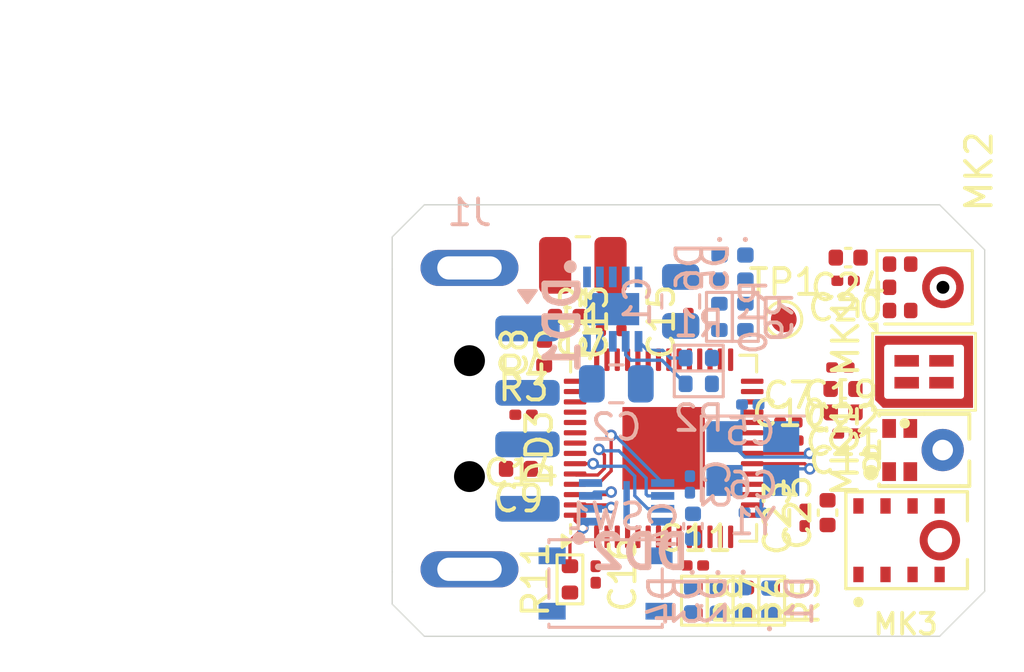
<source format=kicad_pcb>
(kicad_pcb (version 20241229) (generator "pcbnew") (generator_version "9.0")
  (layers (0 "F.Cu" signal) (2 "B.Cu" signal) (13 "F.Paste" user) (15 "B.Paste" user) (5 "F.SilkS" user "F.Silkscreen") (7 "B.SilkS" user "B.Silkscreen") (1 "F.Mask" user) (3 "B.Mask" user) (25 "Edge.Cuts" user))
  (net 0 "")
  (net 1 "Earth")
  (net 2 "+5V")
  (net 3 "+3.3V")
  (net 4 "Net-(DD3-XOUT)")
  (net 5 "Net-(DD3-XIN)")
  (net 6 "+1.1V")
  (net 7 "Net-(D1-A)")
  (net 8 "LVL_LED_1")
  (net 9 "Net-(D2-A)")
  (net 10 "LVL_LED_2")
  (net 11 "Net-(D3-A)")
  (net 12 "LVL_LED_3")
  (net 13 "Net-(D4-A)")
  (net 14 "LVL_LED_4")
  (net 15 "Net-(D5-A)")
  (net 16 "STATUS_LED_1")
  (net 17 "Net-(D6-A)")
  (net 18 "STATUS_LED_2")
  (net 19 "Net-(DD1-EN)")
  (net 20 "Net-(DD1-PS)")
  (net 21 "Net-(DD1-LX1)")
  (net 22 "Net-(DD1-LX2)")
  (net 23 "Net-(DD2-IO2)")
  (net 25 "Net-(DD2-IO3)")
  (net 26 "Net-(DD2-~{CS})")
  (net 27 "Net-(DD2-DO(IO1))")
  (net 28 "Net-(DD2-DI(IO0))")
  (net 29 "Net-(DD2-CLK)")
  (net 30 "USB-_")
  (net 33 "CLK4")
  (net 36 "CLK1")
  (net 37 "CLK2")
  (net 40 "DAT2")
  (net 41 "CLK3")
  (net 43 "INMP441_WS")
  (net 44 "DAT3")
  (net 47 "Net-(DD3-RUN)")
  (net 48 "SPH0645_WS")
  (net 50 "DAT4")
  (net 52 "USB+_")
  (net 56 "DAT1")
  (net 59 "USB+")
  (net 60 "USB-")
  (net 61 "Net-(R11-Pad1)")
  (footprint "Capacitor_SMD:C_0201_0603Metric" (layer "F.Cu") (at 135.38 102.7)
    (property "Reference" "C7" (at 0 -1.05 0) (layer "F.SilkS"))
    (property "Value" "100nF")
    (pad "1" smd roundrect (at -0.32 0) (size 0.46 0.4) (layers "F.Cu" "F.Mask") (net 6 "+1.1V"))
    (pad "2" smd roundrect (at 0.32 0) (size 0.46 0.4) (layers "F.Cu" "F.Mask") (net 1 "Earth"))
  )
  (footprint "Sensor_Audio:Knowles_SPH0645LM4H-6_3.5x2.65mm" (layer "F.Cu") (at 140.67 97.452884 90)
    (property "Reference" "MK2" (at 4.5 2.11 90) (layer "F.SilkS"))
    (property "Value" "SPH0645LM4H")
    (pad "" np_thru_hole circle (at 0 0.71 90) (size 0.5 0.5) (drill 0.5) (layers "*.Mask"))
    (pad "1" smd roundrect (at -0.9 -1.364 90) (size 0.6 0.522) (layers "F.Cu" "F.Mask" "F.Paste") (net 48 "SPH0645_WS"))
    (pad "2" smd roundrect (at -0.9 -0.542 90) (size 0.6 0.522) (layers "F.Cu" "F.Mask" "F.Paste") (net 1 "Earth"))
    (pad "3" smd custom (at 0.662 0.71 180) (size 0.3 0.3) (layers "F.Cu" "F.Mask") (net 1 "Earth") (options (clearance outline) (anchor circle)) (primitives (gr_circle (center 0 -0.662) (end 0.662 -0.662) (width 0.3) (fill no))))
    (pad "4" smd roundrect (at 0.9 -0.542 90) (size 0.6 0.522) (layers "F.Cu" "F.Mask" "F.Paste") (net 41 "CLK3"))
    (pad "5" smd roundrect (at 0.9 -1.364 90) (size 0.6 0.522) (layers "F.Cu" "F.Mask" "F.Paste") (net 3 "+3.3V"))
    (pad "6" smd roundrect (at 0 -1.364 90) (size 0.6 0.522) (layers "F.Cu" "F.Mask" "F.Paste") (net 44 "DAT3"))
  )
  (footprint "Capacitor_SMD:C_0201_0603Metric" (layer "F.Cu") (at 127.9 108.6 -90)
    (property "Reference" "C16" (at 0 -1.05 90) (layer "F.SilkS"))
    (property "Value" "100nF")
    (pad "1" smd roundrect (at -0.32 0 270) (size 0.46 0.4) (layers "F.Cu" "F.Mask") (net 3 "+3.3V"))
    (pad "2" smd roundrect (at 0.32 0 270) (size 0.46 0.4) (layers "F.Cu" "F.Mask") (net 1 "Earth"))
  )
  (footprint "Capacitor_SMD:C_0201_0603Metric" (layer "F.Cu") (at 131.5 98.8 90)
    (property "Reference" "C15" (at 0 -1.05 90) (layer "F.SilkS"))
    (property "Value" "100nF")
    (pad "1" smd roundrect (at -0.32 0 90) (size 0.46 0.4) (layers "F.Cu" "F.Mask") (net 3 "+3.3V"))
    (pad "2" smd roundrect (at 0.32 0 90) (size 0.46 0.4) (layers "F.Cu" "F.Mask") (net 1 "Earth"))
  )
  (footprint "MP23DB01HPTR:MP23DB01HPTR" (layer "F.Cu") (at 140.55 103.77 90)
    (property "Reference" "MIC1" (at 0 -2.9655 90) (layer "F.SilkS"))
    (property "Value" "MP23DB01HPTR")
    (pad "1" smd rect (at -0.838 -1.2595 90) (size 0.73 0.53) (layers "F.Cu" "F.Mask" "F.Paste") (net 50 "DAT4"))
    (pad "2" smd rect (at -0.838 -0.4375 90) (size 0.73 0.53) (layers "F.Cu" "F.Mask" "F.Paste") (net 1 "Earth"))
    (pad "3" thru_hole circle (at 0 0.82 90) (size 1.640488 1.640488) (drill 0.8) (layers "*.Cu" "F.Mask" "F.Paste") (net 1 "Earth"))
    (pad "4" smd rect (at 0.838 -0.4375 90) (size 0.73 0.53) (layers "F.Cu" "F.Mask" "F.Paste") (net 33 "CLK4"))
    (pad "5" smd rect (at 0.838 -1.2595 90) (size 0.73 0.53) (layers "F.Cu" "F.Mask" "F.Paste") (net 3 "+3.3V"))
  )
  (footprint "PCM_Resistor_SMD_AKL:R_0402_1005Metric" (layer "F.Cu") (at 126.9 108.79 90)
    (property "Reference" "R11" (at 0 -1.3335 90) (layer "F.SilkS"))
    (property "Value" "1K" (hide yes))
    (pad "1" smd roundrect (at -0.51 0 90) (size 0.54 0.64) (layers "F.Cu" "F.Mask" "F.Paste") (net 61 "Net-(R11-Pad1)"))
    (pad "2" smd roundrect (at 0.51 0 90) (size 0.54 0.64) (layers "F.Cu" "F.Mask" "F.Paste") (net 26 "Net-(DD2-~{CS})"))
  )
  (footprint "PCM_Resistor_SMD_AKL:R_0402_1005Metric" (layer "F.Cu") (at 133.731619 109.617841 -90)
    (property "Reference" "R6" (at 0 -1.3335 90) (layer "F.SilkS"))
    (property "Value" "300R" (hide yes))
    (pad "1" smd roundrect (at -0.51 0 270) (size 0.54 0.64) (layers "F.Cu" "F.Mask" "F.Paste") (net 3 "+3.3V"))
    (pad "2" smd roundrect (at 0.51 0 270) (size 0.54 0.64) (layers "F.Cu" "F.Mask" "F.Paste") (net 9 "Net-(D2-A)"))
  )
  (footprint "Capacitor_SMD:C_0402_1005Metric" (layer "F.Cu") (at 125.9 100 90)
    (property "Reference" "C8" (at 0 -1.16 90) (layer "F.SilkS"))
    (property "Value" "2.2uF")
    (pad "1" smd roundrect (at -0.48 0 90) (size 0.56 0.62) (layers "F.Cu" "F.Mask" "F.Paste") (net 6 "+1.1V"))
    (pad "2" smd roundrect (at 0.48 0 90) (size 0.56 0.62) (layers "F.Cu" "F.Mask" "F.Paste") (net 1 "Earth"))
  )
  (footprint "Capacitor_SMD:C_0201_0603Metric" (layer "F.Cu") (at 135.42 103.4)
    (property "Reference" "C10" (at 0 -1.05 0) (layer "F.SilkS"))
    (property "Value" "100nF")
    (pad "1" smd roundrect (at -0.32 0) (size 0.46 0.4) (layers "F.Cu" "F.Mask") (net 3 "+3.3V"))
    (pad "2" smd roundrect (at 0.32 0) (size 0.46 0.4) (layers "F.Cu" "F.Mask") (net 1 "Earth"))
  )
  (footprint "TestPoint:TestPoint_Pad_D1.0mm" (layer "F.Cu") (at 135.2 98.7)
    (property "Reference" "TP1" (at 0 -1.448 0) (layer "F.SilkS"))
    (property "Value" "TestPoint 1mm")
    (pad "1" smd circle (at 0 0) (size 1 1) (layers "F.Cu" "F.Mask") (net 47 "Net-(DD3-RUN)"))
  )
  (footprint "Capacitor_SMD:C_0201_0603Metric" (layer "F.Cu") (at 131.75 108.25)
    (property "Reference" "C11" (at 0 -1.05 0) (layer "F.SilkS"))
    (property "Value" "100nF")
    (pad "1" smd roundrect (at -0.32 0) (size 0.46 0.4) (layers "F.Cu" "F.Mask") (net 3 "+3.3V"))
    (pad "2" smd roundrect (at 0.32 0) (size 0.46 0.4) (layers "F.Cu" "F.Mask") (net 1 "Earth"))
  )
  (footprint "Capacitor_SMD:C_0201_0603Metric" (layer "F.Cu") (at 128.9 98.8 90)
    (property "Reference" "C13" (at 0 -1.05 90) (layer "F.SilkS"))
    (property "Value" "100nF")
    (pad "1" smd roundrect (at -0.32 0 90) (size 0.46 0.4) (layers "F.Cu" "F.Mask") (net 3 "+3.3V"))
    (pad "2" smd roundrect (at 0.32 0 90) (size 0.46 0.4) (layers "F.Cu" "F.Mask") (net 1 "Earth"))
  )
  (footprint "Resistor_SMD:R_0201_0603Metric" (layer "F.Cu") (at 125.1 101.7)
    (property "Reference" "R4" (at 0 -1.05 0) (layer "F.SilkS"))
    (property "Value" "27R")
    (pad "1" smd roundrect (at -0.32 0) (size 0.46 0.4) (layers "F.Cu" "F.Mask") (net 60 "USB-"))
    (pad "2" smd roundrect (at 0.32 0) (size 0.46 0.4) (layers "F.Cu" "F.Mask") (net 30 "USB-_"))
  )
  (footprint "Capacitor_SMD:C_0201_0603Metric" (layer "F.Cu") (at 137.635784 103.128783 180)
    (property "Reference" "C18" (at 0 -1.05 0) (layer "F.SilkS"))
    (property "Value" "100nF")
    (pad "1" smd roundrect (at -0.32 0 180) (size 0.46 0.4) (layers "F.Cu" "F.Mask") (net 3 "+3.3V"))
    (pad "2" smd roundrect (at 0.32 0 180) (size 0.46 0.4) (layers "F.Cu" "F.Mask") (net 1 "Earth"))
  )
  (footprint "Package_DFN_QFN:QFN-56-1EP_7x7mm_P0.4mm_EP3.2x3.2mm" (layer "F.Cu") (at 130.5375 103.7 90)
    (property "Reference" "DD3" (at 0 -4.83 90) (layer "F.SilkS"))
    (property "Value" "RP2040")
    (pad "1" smd roundrect (at -3.4375 -2.6 90) (size 0.875 0.2) (layers "F.Cu" "F.Mask" "F.Paste") (net 3 "+3.3V"))
    (pad "2" smd roundrect (at -3.4375 -2.2 90) (size 0.875 0.2) (layers "F.Cu" "F.Mask" "F.Paste"))
    (pad "3" smd roundrect (at -3.4375 -1.8 90) (size 0.875 0.2) (layers "F.Cu" "F.Mask" "F.Paste"))
    (pad "4" smd roundrect (at -3.4375 -1.4 90) (size 0.875 0.2) (layers "F.Cu" "F.Mask" "F.Paste") (net 56 "DAT1"))
    (pad "5" smd roundrect (at -3.4375 -1 90) (size 0.875 0.2) (layers "F.Cu" "F.Mask" "F.Paste") (net 36 "CLK1"))
    (pad "6" smd roundrect (at -3.4375 -0.6 90) (size 0.875 0.2) (layers "F.Cu" "F.Mask" "F.Paste"))
    (pad "7" smd roundrect (at -3.4375 -0.2 90) (size 0.875 0.2) (layers "F.Cu" "F.Mask" "F.Paste") (net 43 "INMP441_WS"))
    (pad "8" smd roundrect (at -3.4375 0.2 90) (size 0.875 0.2) (layers "F.Cu" "F.Mask" "F.Paste") (net 40 "DAT2"))
    (pad "9" smd roundrect (at -3.4375 0.6 90) (size 0.875 0.2) (layers "F.Cu" "F.Mask" "F.Paste") (net 37 "CLK2"))
    (pad "10" smd roundrect (at -3.4375 1 90) (size 0.875 0.2) (layers "F.Cu" "F.Mask" "F.Paste") (net 3 "+3.3V"))
    (pad "11" smd roundrect (at -3.4375 1.4 90) (size 0.875 0.2) (layers "F.Cu" "F.Mask" "F.Paste"))
    (pad "12" smd roundrect (at -3.4375 1.8 90) (size 0.875 0.2) (layers "F.Cu" "F.Mask" "F.Paste") (net 48 "SPH0645_WS"))
    (pad "13" smd roundrect (at -3.4375 2.2 90) (size 0.875 0.2) (layers "F.Cu" "F.Mask" "F.Paste") (net 44 "DAT3"))
    (pad "14" smd roundrect (at -3.4375 2.6 90) (size 0.875 0.2) (layers "F.Cu" "F.Mask" "F.Paste") (net 41 "CLK3"))
    (pad "15" smd roundrect (at -2.6 3.4375 90) (size 0.2 0.875) (layers "F.Cu" "F.Mask" "F.Paste"))
    (pad "16" smd roundrect (at -2.2 3.4375 90) (size 0.2 0.875) (layers "F.Cu" "F.Mask" "F.Paste"))
    (pad "17" smd roundrect (at -1.8 3.4375 90) (size 0.2 0.875) (layers "F.Cu" "F.Mask" "F.Paste") (net 50 "DAT4"))
    (pad "18" smd roundrect (at -1.4 3.4375 90) (size 0.2 0.875) (layers "F.Cu" "F.Mask" "F.Paste") (net 33 "CLK4"))
    (pad "19" smd roundrect (at -1 3.4375 90) (size 0.2 0.875) (layers "F.Cu" "F.Mask" "F.Paste") (net 1 "Earth"))
    (pad "20" smd roundrect (at -0.6 3.4375 90) (size 0.2 0.875) (layers "F.Cu" "F.Mask" "F.Paste") (net 5 "Net-(DD3-XIN)"))
    (pad "21" smd roundrect (at -0.2 3.4375 90) (size 0.2 0.875) (layers "F.Cu" "F.Mask" "F.Paste") (net 4 "Net-(DD3-XOUT)"))
    (pad "22" smd roundrect (at 0.2 3.4375 90) (size 0.2 0.875) (layers "F.Cu" "F.Mask" "F.Paste") (net 3 "+3.3V"))
    (pad "23" smd roundrect (at 0.6 3.4375 90) (size 0.2 0.875) (layers "F.Cu" "F.Mask" "F.Paste") (net 6 "+1.1V"))
    (pad "24" smd roundrect (at 1 3.4375 90) (size 0.2 0.875) (layers "F.Cu" "F.Mask" "F.Paste"))
    (pad "25" smd roundrect (at 1.4 3.4375 90) (size 0.2 0.875) (layers "F.Cu" "F.Mask" "F.Paste"))
    (pad "26" smd roundrect (at 1.8 3.4375 90) (size 0.2 0.875) (layers "F.Cu" "F.Mask" "F.Paste") (net 47 "Net-(DD3-RUN)"))
    (pad "27" smd roundrect (at 2.2 3.4375 90) (size 0.2 0.875) (layers "F.Cu" "F.Mask" "F.Paste"))
    (pad "28" smd roundrect (at 2.6 3.4375 90) (size 0.2 0.875) (layers "F.Cu" "F.Mask" "F.Paste"))
    (pad "29" smd roundrect (at 3.4375 2.6 90) (size 0.875 0.2) (layers "F.Cu" "F.Mask" "F.Paste"))
    (pad "30" smd roundrect (at 3.4375 2.2 90) (size 0.875 0.2) (layers "F.Cu" "F.Mask" "F.Paste") (net 8 "LVL_LED_1"))
    (pad "31" smd roundrect (at 3.4375 1.8 90) (size 0.875 0.2) (layers "F.Cu" "F.Mask" "F.Paste") (net 10 "LVL_LED_2"))
    (pad "32" smd roundrect (at 3.4375 1.4 90) (size 0.875 0.2) (layers "F.Cu" "F.Mask" "F.Paste") (net 12 "LVL_LED_3"))
    (pad "33" smd roundrect (at 3.4375 1 90) (size 0.875 0.2) (layers "F.Cu" "F.Mask" "F.Paste") (net 3 "+3.3V"))
    (pad "34" smd roundrect (at 3.4375 0.6 90) (size 0.875 0.2) (layers "F.Cu" "F.Mask" "F.Paste") (net 14 "LVL_LED_4"))
    (pad "35" smd roundrect (at 3.4375 0.2 90) (size 0.875 0.2) (layers "F.Cu" "F.Mask" "F.Paste"))
    (pad "36" smd roundrect (at 3.4375 -0.2 90) (size 0.875 0.2) (layers "F.Cu" "F.Mask" "F.Paste") (net 16 "STATUS_LED_1"))
    (pad "37" smd roundrect (at 3.4375 -0.6 90) (size 0.875 0.2) (layers "F.Cu" "F.Mask" "F.Paste") (net 18 "STATUS_LED_2"))
    (pad "38" smd roundrect (at 3.4375 -1 90) (size 0.875 0.2) (layers "F.Cu" "F.Mask" "F.Paste"))
    (pad "39" smd roundrect (at 3.4375 -1.4 90) (size 0.875 0.2) (layers "F.Cu" "F.Mask" "F.Paste"))
    (pad "40" smd roundrect (at 3.4375 -1.8 90) (size 0.875 0.2) (layers "F.Cu" "F.Mask" "F.Paste"))
    (pad "41" smd roundrect (at 3.4375 -2.2 90) (size 0.875 0.2) (layers "F.Cu" "F.Mask" "F.Paste"))
    (pad "42" smd roundrect (at 3.4375 -2.6 90) (size 0.875 0.2) (layers "F.Cu" "F.Mask" "F.Paste") (net 3 "+3.3V"))
    (pad "43" smd roundrect (at 2.6 -3.4375 90) (size 0.2 0.875) (layers "F.Cu" "F.Mask" "F.Paste") (net 3 "+3.3V"))
    (pad "44" smd roundrect (at 2.2 -3.4375 90) (size 0.2 0.875) (layers "F.Cu" "F.Mask" "F.Paste") (net 3 "+3.3V"))
    (pad "45" smd roundrect (at 1.8 -3.4375 90) (size 0.2 0.875) (layers "F.Cu" "F.Mask" "F.Paste") (net 6 "+1.1V"))
    (pad "46" smd roundrect (at 1.4 -3.4375 90) (size 0.2 0.875) (layers "F.Cu" "F.Mask" "F.Paste") (net 30 "USB-_"))
    (pad "47" smd roundrect (at 1 -3.4375 90) (size 0.2 0.875) (layers "F.Cu" "F.Mask" "F.Paste") (net 52 "USB+_"))
    (pad "48" smd roundrect (at 0.6 -3.4375 90) (size 0.2 0.875) (layers "F.Cu" "F.Mask" "F.Paste") (net 3 "+3.3V"))
    (pad "49" smd roundrect (at 0.2 -3.4375 90) (size 0.2 0.875) (layers "F.Cu" "F.Mask" "F.Paste") (net 3 "+3.3V"))
    (pad "50" smd roundrect (at -0.2 -3.4375 90) (size 0.2 0.875) (layers "F.Cu" "F.Mask" "F.Paste") (net 6 "+1.1V"))
    (pad "51" smd roundrect (at -0.6 -3.4375 90) (size 0.2 0.875) (layers "F.Cu" "F.Mask" "F.Paste") (net 25 "Net-(DD2-IO3)"))
    (pad "52" smd roundrect (at -1 -3.4375 90) (size 0.2 0.875) (layers "F.Cu" "F.Mask" "F.Paste") (net 29 "Net-(DD2-CLK)"))
    (pad "53" smd roundrect (at -1.4 -3.4375 90) (size 0.2 0.875) (layers "F.Cu" "F.Mask" "F.Paste") (net 28 "Net-(DD2-DI(IO0))"))
    (pad "54" smd roundrect (at -1.8 -3.4375 90) (size 0.2 0.875) (layers "F.Cu" "F.Mask" "F.Paste") (net 23 "Net-(DD2-IO2)"))
    (pad "55" smd roundrect (at -2.2 -3.4375 90) (size 0.2 0.875) (layers "F.Cu" "F.Mask" "F.Paste") (net 27 "Net-(DD2-DO(IO1))"))
    (pad "56" smd roundrect (at -2.6 -3.4375 90) (size 0.2 0.875) (layers "F.Cu" "F.Mask" "F.Paste") (net 26 "Net-(DD2-~{CS})"))
    (pad "57" smd rect (at 0 0 90) (size 3.2 3.2) (property pad_prop_heatsink) (layers "F.Cu" "F.Mask") (net 1 "Earth"))
  )
  (footprint "Capacitor_SMD:C_0201_0603Metric" (layer "F.Cu") (at 125 103.6 180)
    (property "Reference" "C14" (at 0 -1.05 0) (layer "F.SilkS"))
    (property "Value" "100nF")
    (pad "1" smd roundrect (at -0.32 0 180) (size 0.46 0.4) (layers "F.Cu" "F.Mask") (net 3 "+3.3V"))
    (pad "2" smd roundrect (at 0.32 0 180) (size 0.46 0.4) (layers "F.Cu" "F.Mask") (net 1 "Earth"))
  )
  (footprint "PCM_Resistor_SMD_AKL:R_0402_1005Metric" (layer "F.Cu") (at 131.731619 109.617841 -90)
    (property "Reference" "R8" (at 0 -1.3335 90) (layer "F.SilkS"))
    (property "Value" "300R" (hide yes))
    (pad "1" smd roundrect (at -0.51 0 270) (size 0.54 0.64) (layers "F.Cu" "F.Mask" "F.Paste") (net 3 "+3.3V"))
    (pad "2" smd roundrect (at 0.51 0 270) (size 0.54 0.64) (layers "F.Cu" "F.Mask" "F.Paste") (net 13 "Net-(D4-A)"))
  )
  (footprint "PCM_Resistor_SMD_AKL:R_0402_1005Metric" (layer "F.Cu") (at 132.731619 109.617841 -90)
    (property "Reference" "R7" (at 0 -1.3335 90) (layer "F.SilkS"))
    (property "Value" "300R" (hide yes))
    (pad "1" smd roundrect (at -0.51 0 270) (size 0.54 0.64) (layers "F.Cu" "F.Mask" "F.Paste") (net 3 "+3.3V"))
    (pad "2" smd roundrect (at 0.51 0 270) (size 0.54 0.64) (layers "F.Cu" "F.Mask" "F.Paste") (net 11 "Net-(D3-A)"))
  )
  (footprint "Capacitor_SMD:C_0402_1005Metric" (layer "F.Cu") (at 124.9 104.5 180)
    (property "Reference" "C9" (at 0 -1.16 0) (layer "F.SilkS"))
    (property "Value" "2.2uF")
    (pad "1" smd roundrect (at -0.48 0 180) (size 0.56 0.62) (layers "F.Cu" "F.Mask" "F.Paste") (net 6 "+1.1V"))
    (pad "2" smd roundrect (at 0.48 0 180) (size 0.56 0.62) (layers "F.Cu" "F.Mask" "F.Paste") (net 1 "Earth"))
  )
  (footprint "Capacitor_SMD:C_0402_1005Metric" (layer "F.Cu") (at 137.7 96.3 180)
    (property "Reference" "C24" (at 0 -1.16 0) (layer "F.SilkS"))
    (property "Value" "2.2uF")
    (pad "1" smd roundrect (at -0.48 0 180) (size 0.56 0.62) (layers "F.Cu" "F.Mask" "F.Paste") (net 3 "+3.3V"))
    (pad "2" smd roundrect (at 0.48 0 180) (size 0.56 0.62) (layers "F.Cu" "F.Mask" "F.Paste") (net 1 "Earth"))
  )
  (footprint "Resistor_SMD:R_0201_0603Metric" (layer "F.Cu") (at 125.1 102.4)
    (property "Reference" "R3" (at 0 -1.05 0) (layer "F.SilkS"))
    (property "Value" "27R")
    (pad "1" smd roundrect (at -0.32 0) (size 0.46 0.4) (layers "F.Cu" "F.Mask") (net 59 "USB+"))
    (pad "2" smd roundrect (at 0.32 0) (size 0.46 0.4) (layers "F.Cu" "F.Mask") (net 52 "USB+_"))
  )
  (footprint "PCM_Resistor_SMD_AKL:R_0402_1005Metric" (layer "F.Cu") (at 134.731619 109.617841 -90)
    (property "Reference" "R5" (at 0 -1.3335 90) (layer "F.SilkS"))
    (property "Value" "300R" (hide yes))
    (pad "1" smd roundrect (at -0.51 0 270) (size 0.54 0.64) (layers "F.Cu" "F.Mask" "F.Paste") (net 3 "+3.3V"))
    (pad "2" smd roundrect (at 0.51 0 270) (size 0.54 0.64) (layers "F.Cu" "F.Mask" "F.Paste") (net 7 "Net-(D1-A)"))
  )
  (footprint "Inductor_SMD:L_1008_2520Metric" (layer "F.Cu") (at 127.4 96.6 180)
    (property "Reference" "L1" (at 0 -2.05 0) (layer "F.SilkS"))
    (property "Value" "2.2uH")
    (pad "1" smd roundrect (at -1.075 0 180) (size 1.25 2.2) (layers "F.Cu" "F.Mask" "F.Paste") (roundrect_rratio 0.2) (net 21 "Net-(DD1-LX1)"))
    (pad "2" smd roundrect (at 1.075 0 180) (size 1.25 2.2) (layers "F.Cu" "F.Mask" "F.Paste") (roundrect_rratio 0.2) (net 22 "Net-(DD1-LX2)"))
  )
  (footprint "Capacitor_SMD:C_0201_0603Metric" (layer "F.Cu") (at 137.6 97.2 180)
    (property "Reference" "C20" (at 0 -1.05 0) (layer "F.SilkS"))
    (property "Value" "100nF")
    (pad "1" smd roundrect (at -0.32 0 180) (size 0.46 0.4) (layers "F.Cu" "F.Mask") (net 3 "+3.3V"))
    (pad "2" smd roundrect (at 0.32 0 180) (size 0.46 0.4) (layers "F.Cu" "F.Mask") (net 1 "Earth"))
  )
  (footprint "Capacitor_SMD:C_0402_1005Metric" (layer "F.Cu") (at 137.504575 102.310519 180)
    (property "Reference" "C21" (at 0 -1.16 0) (layer "F.SilkS"))
    (property "Value" "2.2uF")
    (pad "1" smd roundrect (at -0.48 0 180) (size 0.56 0.62) (layers "F.Cu" "F.Mask" "F.Paste") (net 3 "+3.3V"))
    (pad "2" smd roundrect (at 0.48 0 180) (size 0.56 0.62) (layers "F.Cu" "F.Mask" "F.Paste") (net 1 "Earth"))
  )
  (footprint "MP34DT01:MP34DT01" (layer "F.Cu") (at 140.647083 100.732 90)
    (property "Reference" "MK1" (at 1.376805 -3.038985 90) (layer "F.SilkS") (effects (font (size 1.001315 1.001315))))
    (property "Value" "MP34DT01TR-M")
    (pad "1" smd rect (at -0.425 -0.675 90) (size 0.45 0.95) (layers "F.Cu" "F.Mask" "F.Paste") (net 3 "+3.3V"))
    (pad "2" smd rect (at -0.425 0.675 90) (size 0.45 0.95) (layers "F.Cu" "F.Mask" "F.Paste") (net 1 "Earth"))
    (pad "3" smd rect (at 0.425 0.675 90) (size 0.45 0.95) (layers "F.Cu" "F.Mask" "F.Paste") (net 36 "CLK1"))
    (pad "4" smd rect (at 0.425 -0.675 90) (size 0.45 0.95) (layers "F.Cu" "F.Mask" "F.Paste") (net 56 "DAT1"))
    (pad "5" smd custom (at -1 -1.75 90) (size 0.05 0.05) (layers "F.Cu" "F.Mask" "F.Paste") (net 1 "Earth") (options (clearance outline) (anchor rect)) (primitives (gr_poly (pts (xy -0.1 -0.15) (xy 2.4 -0.15) (xy 2.4 3.65) (xy 1 3.65) (xy 1 3.3) (xy 1.925 3.3) (xy 1.932 3.3) (xy 1.938 3.299) (xy 1.945 3.298) (xy 1.951 3.297) (xy 1.957 3.296) (xy 1.964 3.294) (xy 1.97 3.292) (xy 1.976 3.289) (xy 1.982 3.286) (xy 1.988 3.283) (xy 1.993 3.28) (xy 1.998 3.276) (xy 2.004 3.272) (xy 2.009 3.268) (xy 2.013 3.263) (xy 2.018 3.259) (xy 2.022 3.254) (xy 2.026 3.248) (xy 2.03 3.243) (xy 2.033 3.238) (xy 2.036 3.232) (xy 2.039 3.226) (xy 2.042 3.22) (xy 2.044 3.214) (xy 2.046 3.207) (xy 2.047 3.201) (xy 2.048 3.195) (xy 2.049 3.188) (xy 2.05 3.182) (xy 2.05 3.175) (xy 2.05 0.325) (xy 2.05 0.318) (xy 2.049 0.312) (xy 2.048 0.305) (xy 2.047 0.299) (xy 2.046 0.293) (xy 2.044 0.286) (xy 2.042 0.28) (xy 2.039 0.274) (xy 2.036 0.268) (xy 2.033 0.262) (xy 2.03 0.257) (xy 2.026 0.252) (xy 2.022 0.246) (xy 2.018 0.241) (xy 2.013 0.237) (xy 2.009 0.232) (xy 2.004 0.228) (xy 1.998 0.224) (xy 1.993 0.22) (xy 1.988 0.217) (xy 1.982 0.214) (xy 1.976 0.211) (xy 1.97 0.208) (xy 1.964 0.206) (xy 1.957 0.204) (xy 1.951 0.203) (xy 1.945 0.202) (xy 1.938 0.201) (xy 1.932 0.2) (xy 1.925 0.2) (xy 0.075 0.2) (xy 0.068 0.2) (xy 0.062 0.201) (xy 0.055 0.202) (xy 0.049 0.203) (xy 0.043 0.204) (xy 0.036 0.206) (xy 0.03 0.208) (xy 0.024 0.211) (xy 0.018 0.214) (xy 0.012 0.217) (xy 0.007 0.22) (xy 0.002 0.224) (xy -0.004 0.228) (xy -0.009 0.232) (xy -0.013 0.237) (xy -0.018 0.241) (xy -0.022 0.246) (xy -0.026 0.252) (xy -0.03 0.257) (xy -0.033 0.262) (xy -0.036 0.268) (xy -0.039 0.274) (xy -0.042 0.28) (xy -0.044 0.286) (xy -0.046 0.293) (xy -0.047 0.299) (xy -0.048 0.305) (xy -0.049 0.312) (xy -0.05 0.318) (xy -0.05 0.325) (xy -0.05 3.175) (xy -0.05 3.182) (xy -0.049 3.188) (xy -0.048 3.195) (xy -0.047 3.201) (xy -0.046 3.207) (xy -0.044 3.214) (xy -0.042 3.22) (xy -0.039 3.226) (xy -0.036 3.232) (xy -0.033 3.238) (xy -0.03 3.243) (xy -0.026 3.248) (xy -0.022 3.254) (xy -0.018 3.259) (xy -0.013 3.263) (xy -0.009 3.268) (xy -0.004 3.272) (xy 0.002 3.276) (xy 0.007 3.28) (xy 0.012 3.283) (xy 0.018 3.286) (xy 0.024 3.289) (xy 0.03 3.292) (xy 0.036 3.294) (xy 0.043 3.296) (xy 0.049 3.297) (xy 0.055 3.298) (xy 0.062 3.299) (xy 0.068 3.3) (xy 0.075 3.3) (xy 1 3.3) (xy 1 3.65) (xy -0.4 3.65) (xy -0.4 0.15) (xy -0.1 -0.15)) (width 0) (fill yes))))
  )
  (footprint "Capacitor_SMD:C_0402_1005Metric" (layer "F.Cu") (at 137.5 101.4 180)
    (property "Reference" "C22" (at 0 -1.16 0) (layer "F.SilkS"))
    (property "Value" "2.2uF")
    (pad "1" smd roundrect (at -0.48 0 180) (size 0.56 0.62) (layers "F.Cu" "F.Mask" "F.Paste") (net 3 "+3.3V"))
    (pad "2" smd roundrect (at 0.48 0 180) (size 0.56 0.62) (layers "F.Cu" "F.Mask" "F.Paste") (net 1 "Earth"))
  )
  (footprint "Capacitor_SMD:C_0201_0603Metric" (layer "F.Cu") (at 137.399608 100.564255 180)
    (property "Reference" "C19" (at 0 -1.05 0) (layer "F.SilkS"))
    (property "Value" "100nF")
    (pad "1" smd roundrect (at -0.32 0 180) (size 0.46 0.4) (layers "F.Cu" "F.Mask") (net 3 "+3.3V"))
    (pad "2" smd roundrect (at 0.32 0 180) (size 0.46 0.4) (layers "F.Cu" "F.Mask") (net 1 "Earth"))
  )
  (footprint "INMP441:INMP441" (layer "F.Cu") (at 139.97 107.27 180)
    (property "Reference" "MK3" (at 0.04 -3.258 0) (layer "F.SilkS") (effects (font (size 0.8 0.8))))
    (property "Value" "INMP441ACEZ-R7")
    (pad "" np_thru_hole circle (at -1.29 0 180) (size 0.75 0.75) (drill 0.75) (layers "*.Cu" "*.Mask"))
    (pad "1" smd rect (at 1.87 -1.33 180) (size 0.4 0.6) (layers "F.Cu" "F.Mask") (net 37 "CLK2"))
    (pad "2" smd rect (at 0.82 -1.33 180) (size 0.4 0.6) (layers "F.Cu" "F.Mask") (net 40 "DAT2"))
    (pad "3" smd rect (at -0.23 -1.33 180) (size 0.4 0.6) (layers "F.Cu" "F.Mask") (net 43 "INMP441_WS"))
    (pad "4" smd rect (at -1.28 -1.33 180) (size 0.4 0.6) (layers "F.Cu" "F.Mask") (net 1 "Earth"))
    (pad "5" smd custom (at -1.92 0 180) (size 0.1 0.1) (layers "F.Cu") (net 1 "Earth") (options (clearance outline) (anchor rect)) (primitives (gr_poly (pts (xy 1.41 -0.0025) (xy 1.11 -0.003) (xy 1.109 -0.026) (xy 1.107 -0.051) (xy 1.104 -0.076) (xy 1.1 -0.101) (xy 1.094 -0.125) (xy 1.087 -0.149) (xy 1.078 -0.173) (xy 1.069 -0.196) (xy 1.058 -0.219) (xy 1.046 -0.241) (xy 1.033 -0.262) (xy 1.019 -0.283) (xy 1.003 -0.303) (xy 0.987 -0.322) (xy 0.97 -0.34) (xy 0.952 -0.357) (xy 0.933 -0.373) (xy 0.913 -0.389) (xy 0.892 -0.403) (xy 0.871 -0.416) (xy 0.849 -0.428) (xy 0.826 -0.439) (xy 0.803 -0.448) (xy 0.779 -0.457) (xy 0.755 -0.464) (xy 0.731 -0.47) (xy 0.706 -0.474) (xy 0.681 -0.477) (xy 0.656 -0.479) (xy 0.63 -0.48) (xy 0.605 -0.479) (xy 0.58 -0.477) (xy 0.555 -0.474) (xy 0.53 -0.47) (xy 0.506 -0.464) (xy 0.482 -0.457) (xy 0.458 -0.448) (xy 0.435 -0.439) (xy 0.412 -0.428) (xy 0.39 -0.416) (xy 0.369 -0.403) (xy 0.348 -0.388) (xy 0.328 -0.373) (xy 0.309 -0.357) (xy 0.291 -0.339) (xy 0.273 -0.321) (xy 0.257 -0.302) (xy 0.242 -0.282) (xy 0.227 -0.261) (xy 0.214 -0.24) (xy 0.202 -0.218) (xy 0.191 -0.195) (xy 0.182 -0.172) (xy 0.173 -0.148) (xy 0.166 -0.124) (xy 0.16 -0.1) (xy 0.156 -0.075) (xy 0.153 -0.05) (xy 0.151 -0.025) (xy 0.15 0) (xy 0.151 0.025) (xy 0.153 0.05) (xy 0.156 0.075) (xy 0.16 0.1) (xy 0.166 0.124) (xy 0.173 0.148) (xy 0.182 0.172) (xy 0.191 0.195) (xy 0.202 0.218) (xy 0.214 0.24) (xy 0.227 0.261) (xy 0.242 0.282) (xy 0.257 0.302) (xy 0.273 0.321) (xy 0.291 0.339) (xy 0.309 0.357) (xy 0.328 0.373) (xy 0.348 0.388) (xy 0.369 0.403) (xy 0.39 0.416) (xy 0.412 0.428) (xy 0.435 0.439) (xy 0.458 0.448) (xy 0.482 0.457) (xy 0.506 0.464) (xy 0.53 0.47) (xy 0.555 0.474) (xy 0.58 0.477) (xy 0.605 0.479) (xy 0.63 0.48) (xy 0.656 0.479) (xy 0.681 0.477) (xy 0.706 0.474) (xy 0.731 0.47) (xy 0.755 0.464) (xy 0.779 0.457) (xy 0.803 0.448) (xy 0.826 0.439) (xy 0.849 0.428) (xy 0.871 0.416) (xy 0.892 0.403) (xy 0.913 0.389) (xy 0.933 0.373) (xy 0.952 0.357) (xy 0.97 0.34) (xy 0.987 0.322) (xy 1.003 0.303) (xy 1.019 0.283) (xy 1.033 0.262) (xy 1.046 0.241) (xy 1.058 0.219) (xy 1.069 0.196) (xy 1.078 0.173) (xy 1.087 0.149) (xy 1.094 0.125) (xy 1.1 0.101) (xy 1.104 0.076) (xy 1.107 0.051) (xy 1.109 0.026) (xy 1.11 0.003) (xy 1.41 0.003) (xy 1.409 0.042) (xy 1.406 0.083) (xy 1.4 0.123) (xy 1.393 0.163) (xy 1.383 0.203) (xy 1.372 0.242) (xy 1.358 0.28) (xy 1.343 0.318) (xy 1.325 0.355) (xy 1.306 0.391) (xy 1.284 0.425) (xy 1.261 0.459) (xy 1.236 0.491) (xy 1.21 0.522) (xy 1.182 0.552) (xy 1.152 0.58) (xy 1.121 0.606) (xy 1.089 0.631) (xy 1.055 0.654) (xy 1.021 0.676) (xy 0.985 0.695) (xy 0.948 0.713) (xy 0.91 0.728) (xy 0.872 0.742) (xy 0.833 0.753) (xy 0.793 0.763) (xy 0.753 0.77) (xy 0.713 0.776) (xy 0.672 0.779) (xy 0.63 0.78) (xy 0.589 0.779) (xy 0.548 0.776) (xy 0.508 0.77) (xy 0.468 0.763) (xy 0.428 0.753) (xy 0.389 0.742) (xy 0.35 0.728) (xy 0.313 0.713) (xy 0.276 0.695) (xy 0.24 0.675) (xy 0.205 0.654) (xy 0.172 0.631) (xy 0.139 0.606) (xy 0.108 0.58) (xy 0.078 0.552) (xy 0.05 0.522) (xy 0.024 0.491) (xy -0.001 0.458) (xy -0.024 0.425) (xy -0.045 0.39) (xy -0.065 0.354) (xy -0.083 0.317) (xy -0.098 0.28) (xy -0.112 0.241) (xy -0.123 0.202) (xy -0.133 0.162) (xy -0.14 0.122) (xy -0.146 0.082) (xy -0.149 0.041) (xy -0.15 0) (xy -0.149 -0.041) (xy -0.146 -0.082) (xy -0.14 -0.122) (xy -0.133 -0.162) (xy -0.123 -0.202) (xy -0.112 -0.241) (xy -0.098 -0.28) (xy -0.083 -0.317) (xy -0.065 -0.354) (xy -0.045 -0.39) (xy -0.024 -0.425) (xy -0.001 -0.458) (xy 0.024 -0.491) (xy 0.05 -0.522) (xy 0.078 -0.552) (xy 0.108 -0.58) (xy 0.139 -0.606) (xy 0.172 -0.631) (xy 0.205 -0.654) (xy 0.24 -0.675) (xy 0.276 -0.695) (xy 0.313 -0.713) (xy 0.35 -0.728) (xy 0.389 -0.742) (xy 0.428 -0.753) (xy 0.468 -0.763) (xy 0.508 -0.77) (xy 0.548 -0.776) (xy 0.589 -0.779) (xy 0.63 -0.78) (xy 0.672 -0.779) (xy 0.713 -0.776) (xy 0.753 -0.77) (xy 0.793 -0.763) (xy 0.833 -0.753) (xy 0.872 -0.742) (xy 0.91 -0.728) (xy 0.948 -0.713) (xy 0.985 -0.695) (xy 1.021 -0.676) (xy 1.055 -0.654) (xy 1.089 -0.631) (xy 1.121 -0.606) (xy 1.152 -0.58) (xy 1.182 -0.552) (xy 1.21 -0.522) (xy 1.236 -0.491) (xy 1.261 -0.459) (xy 1.284 -0.425) (xy 1.306 -0.391) (xy 1.325 -0.355) (xy 1.343 -0.318) (xy 1.358 -0.28) (xy 1.372 -0.242) (xy 1.383 -0.203) (xy 1.393 -0.163) (xy 1.4 -0.123) (xy 1.406 -0.083) (xy 1.409 -0.042) (xy 1.41 -0.003) (xy 1.41 -0.0025)) (width 0.01) (fill yes))))
    (pad "6" smd rect (at -1.28 1.33 180) (size 0.4 0.6) (layers "F.Cu" "F.Mask") (net 1 "Earth"))
    (pad "7" smd rect (at -0.23 1.33 180) (size 0.4 0.6) (layers "F.Cu" "F.Mask") (net 3 "+3.3V"))
    (pad "8" smd rect (at 0.82 1.33 180) (size 0.4 0.6) (layers "F.Cu" "F.Mask") (net 3 "+3.3V"))
    (pad "9" smd rect (at 1.87 1.33 180) (size 0.4 0.6) (layers "F.Cu" "F.Mask") (net 1 "Earth"))
  )
  (footprint "Capacitor_SMD:C_0402_1005Metric" (layer "F.Cu") (at 136.9 106.2 90)
    (property "Reference" "C25" (at 0 -1.16 90) (layer "F.SilkS"))
    (property "Value" "2.2uF")
    (pad "1" smd roundrect (at -0.48 0 90) (size 0.56 0.62) (layers "F.Cu" "F.Mask" "F.Paste") (net 3 "+3.3V"))
    (pad "2" smd roundrect (at 0.48 0 90) (size 0.56 0.62) (layers "F.Cu" "F.Mask" "F.Paste") (net 1 "Earth"))
  )
  (footprint "Capacitor_SMD:C_0402_1005Metric" (layer "F.Cu") (at 126.8 98.6 180)
    (property "Reference" "C17" (at 0 -1.16 0) (layer "F.SilkS"))
    (property "Value" "2.2uF")
    (pad "1" smd roundrect (at -0.48 0 180) (size 0.56 0.62) (layers "F.Cu" "F.Mask" "F.Paste") (net 3 "+3.3V"))
    (pad "2" smd roundrect (at 0.48 0 180) (size 0.56 0.62) (layers "F.Cu" "F.Mask" "F.Paste") (net 1 "Earth"))
  )
  (footprint "Capacitor_SMD:C_0201_0603Metric" (layer "F.Cu") (at 136.01 106.4 90)
    (property "Reference" "C23" (at 0 -1.05 90) (layer "F.SilkS"))
    (property "Value" "100nF")
    (pad "1" smd roundrect (at -0.32 0 90) (size 0.46 0.4) (layers "F.Cu" "F.Mask") (net 3 "+3.3V"))
    (pad "2" smd roundrect (at 0.32 0 90) (size 0.46 0.4) (layers "F.Cu" "F.Mask") (net 1 "Earth"))
  )
  (footprint "Capacitor_SMD:C_0201_0603Metric" (layer "F.Cu") (at 128.1 98.8 90)
    (property "Reference" "C12" (at 0 -1.05 90) (layer "F.SilkS"))
    (property "Value" "100nF")
    (pad "1" smd roundrect (at -0.32 0 90) (size 0.46 0.4) (layers "F.Cu" "F.Mask") (net 3 "+3.3V"))
    (pad "2" smd roundrect (at 0.32 0 90) (size 0.46 0.4) (layers "F.Cu" "F.Mask") (net 1 "Earth"))
  )
  (footprint "PCM_Resistor_SMD_AKL:R_0402_1005Metric" (layer "B.Cu") (at 131.9 101.2)
    (property "Reference" "R2" (at 0 1.3335 0) (layer "B.SilkS") (effects (justify mirror)))
    (property "Value" "100K" (hide yes))
    (pad "1" smd roundrect (at -0.51 0) (size 0.54 0.64) (layers "B.Cu" "B.Mask" "B.Paste") (net 20 "Net-(DD1-PS)"))
    (pad "2" smd roundrect (at 0.51 0) (size 0.54 0.64) (layers "B.Cu" "B.Mask" "B.Paste") (net 1 "Earth"))
  )
  (footprint "Connector_USB:USB_A_Connfly_DS1098_Horizontal" (layer "B.Cu") (at 114.7 102.55 180)
    (property "Reference" "J1" (at -8.3 8 0) (layer "B.SilkS") (effects (justify mirror)))
    (property "Value" "USB_A")
    (pad "" np_thru_hole circle (at -8.3 -2.25 180) (size 1.2 1.2) (drill 1.2) (layers "*.Mask"))
    (pad "" np_thru_hole circle (at -8.3 2.25 180) (size 1.2 1.2) (drill 1.2) (layers "*.Mask"))
    (pad "1" smd roundrect (at -10.55 3.5 180) (size 2.5 1) (layers "B.Cu" "B.Mask" "B.Paste") (net 2 "+5V"))
    (pad "2" smd roundrect (at -10.55 1 180) (size 2.5 1) (layers "B.Cu" "B.Mask" "B.Paste") (net 60 "USB-"))
    (pad "3" smd roundrect (at -10.55 -1 180) (size 2.5 1) (layers "B.Cu" "B.Mask" "B.Paste") (net 59 "USB+"))
    (pad "4" smd roundrect (at -10.55 -3.5 180) (size 2.5 1) (layers "B.Cu" "B.Mask" "B.Paste") (net 1 "Earth"))
    (pad "5" thru_hole oval (at -8.3 -5.85 180) (size 3.8 1.4) (drill oval 2.5 0.9) (layers "*.Cu" "*.Mask") (net 1 "Earth"))
    (pad "5" thru_hole oval (at -8.3 5.85 180) (size 3.8 1.4) (drill oval 2.5 0.9) (layers "*.Cu" "*.Mask") (net 1 "Earth"))
  )
  (footprint "Capacitor_SMD:C_0201_0603Metric" (layer "B.Cu") (at 133.9 102)
    (property "Reference" "C5" (at 0 1.05 0) (layer "B.SilkS") (effects (justify mirror)))
    (property "Value" "15pF")
    (pad "1" smd roundrect (at -0.32 0) (size 0.46 0.4) (layers "B.Cu" "B.Mask") (net 4 "Net-(DD3-XOUT)"))
    (pad "2" smd roundrect (at 0.32 0) (size 0.46 0.4) (layers "B.Cu" "B.Mask") (net 1 "Earth"))
  )
  (footprint "W25Q16JVUXIQ:W25Q16JVUXIQ" (layer "B.Cu") (at 129.1 105.8)
    (property "Reference" "DD2" (at 0.53 1.93 0) (layer "B.SilkS") (effects (font (size 1.27 1.27) (thickness 0.254)) (justify mirror)))
    (property "Value" "W25Q16JVUXIQ_TR" (hide yes))
    (pad "1" smd rect (at -1.4 0.75 270) (size 0.3 0.9) (layers "B.Cu" "B.Mask" "B.Paste") (net 26 "Net-(DD2-~{CS})"))
    (pad "2" smd rect (at -1.4 0.25 270) (size 0.3 0.9) (layers "B.Cu" "B.Mask" "B.Paste") (net 27 "Net-(DD2-DO(IO1))"))
    (pad "3" smd rect (at -1.4 -0.25 270) (size 0.3 0.9) (layers "B.Cu" "B.Mask" "B.Paste") (net 23 "Net-(DD2-IO2)"))
    (pad "4" smd rect (at -1.4 -0.75 270) (size 0.3 0.9) (layers "B.Cu" "B.Mask" "B.Paste") (net 1 "Earth"))
    (pad "5" smd rect (at 1.4 -0.75 270) (size 0.3 0.9) (layers "B.Cu" "B.Mask" "B.Paste") (net 28 "Net-(DD2-DI(IO0))"))
    (pad "6" smd rect (at 1.4 -0.25 270) (size 0.3 0.9) (layers "B.Cu" "B.Mask" "B.Paste") (net 29 "Net-(DD2-CLK)"))
    (pad "7" smd rect (at 1.4 0.25 270) (size 0.3 0.9) (layers "B.Cu" "B.Mask" "B.Paste") (net 25 "Net-(DD2-IO3)"))
    (pad "8" smd rect (at 1.4 0.75 270) (size 0.3 0.9) (layers "B.Cu" "B.Mask" "B.Paste") (net 3 "+3.3V"))
    (pad "9" smd rect (at 0 0) (size 0.25 1.65) (layers "B.Cu" "B.Mask" "B.Paste"))
  )
  (footprint "LED_SMD:LED_0402_1005Metric" (layer "B.Cu") (at 132.645737 109.616661 -90)
    (property "Reference" "D3" (at 0 1.17 90) (layer "B.SilkS") (effects (justify mirror)))
    (property "Value" "LED")
    (pad "1" smd roundrect (at -0.485 0 270) (size 0.59 0.64) (layers "B.Cu" "B.Mask" "B.Paste") (net 12 "LVL_LED_3"))
    (pad "2" smd roundrect (at 0.485 0 270) (size 0.59 0.64) (layers "B.Cu" "B.Mask" "B.Paste") (net 11 "Net-(D3-A)"))
  )
  (footprint "LED_SMD:LED_0402_1005Metric" (layer "B.Cu") (at 131.645737 109.601661 -90)
    (property "Reference" "D4" (at 0 1.17 90) (layer "B.SilkS") (effects (justify mirror)))
    (property "Value" "LED")
    (pad "1" smd roundrect (at -0.485 0 270) (size 0.59 0.64) (layers "B.Cu" "B.Mask" "B.Paste") (net 14 "LVL_LED_4"))
    (pad "2" smd roundrect (at 0.485 0 270) (size 0.59 0.64) (layers "B.Cu" "B.Mask" "B.Paste") (net 13 "Net-(D4-A)"))
  )
  (footprint "LED_SMD:LED_0402_1005Metric" (layer "B.Cu") (at 133.71 96.685 -90)
    (property "Reference" "D5" (at 0 1.17 90) (layer "B.SilkS") (effects (justify mirror)))
    (property "Value" "LED")
    (pad "1" smd roundrect (at -0.485 0 270) (size 0.59 0.64) (layers "B.Cu" "B.Mask" "B.Paste") (net 16 "STATUS_LED_1"))
    (pad "2" smd roundrect (at 0.485 0 270) (size 0.59 0.64) (layers "B.Cu" "B.Mask" "B.Paste") (net 15 "Net-(D5-A)"))
  )
  (footprint "PCM_Resistor_SMD_AKL:R_0402_1005Metric" (layer "B.Cu") (at 131.9 100.2 180)
    (property "Reference" "R1" (at 0 1.3335 0) (layer "B.SilkS") (effects (justify mirror)))
    (property "Value" "100K" (hide yes))
    (pad "1" smd roundrect (at -0.51 0 180) (size 0.54 0.64) (layers "B.Cu" "B.Mask" "B.Paste") (net 2 "+5V"))
    (pad "2" smd roundrect (at 0.51 0 180) (size 0.54 0.64) (layers "B.Cu" "B.Mask" "B.Paste") (net 19 "Net-(DD1-EN)"))
  )
  (footprint "Crystal:Crystal_SMD_3225-4Pin_3.2x2.5mm" (layer "B.Cu") (at 134 104.1)
    (property "Reference" "Y1" (at 0 2.45 0) (layer "B.SilkS") (effects (justify mirror)))
    (property "Value" "ABM8-272-T3")
    (pad "1" smd rect (at -1.1 -0.85) (size 1.4 1.2) (layers "B.Cu" "B.Mask" "B.Paste") (net 4 "Net-(DD3-XOUT)"))
    (pad "2" smd rect (at 1.1 -0.85) (size 1.4 1.2) (layers "B.Cu" "B.Mask" "B.Paste") (net 1 "Earth"))
    (pad "3" smd rect (at 1.1 0.85) (size 1.4 1.2) (layers "B.Cu" "B.Mask" "B.Paste") (net 5 "Net-(DD3-XIN)"))
    (pad "4" smd rect (at -1.1 0.85) (size 1.4 1.2) (layers "B.Cu" "B.Mask" "B.Paste") (net 1 "Earth"))
  )
  (footprint "Button_Switch_SMD:SW_SPST_PTS810" (layer "B.Cu") (at 128.283017 108.950846 180)
    (property "Reference" "SW1" (at 0 2.6 0) (layer "B.SilkS") (effects (justify mirror)))
    (property "Value" "KMR221GLFS")
    (pad "1" smd rect (at -2.075 1.075 180) (size 1.05 0.65) (layers "B.Cu" "B.Mask" "B.Paste") (net 1 "Earth"))
    (pad "1" smd rect (at 2.075 1.075 180) (size 1.05 0.65) (layers "B.Cu" "B.Mask" "B.Paste") (net 1 "Earth"))
    (pad "2" smd rect (at -2.075 -1.075 180) (size 1.05 0.65) (layers "B.Cu" "B.Mask" "B.Paste") (net 61 "Net-(R11-Pad1)"))
    (pad "2" smd rect (at 2.075 -1.075 180) (size 1.05 0.65) (layers "B.Cu" "B.Mask" "B.Paste") (net 61 "Net-(R11-Pad1)"))
  )
  (footprint "LED_SMD:LED_0402_1005Metric" (layer "B.Cu") (at 132.71 96.685 -90)
    (property "Reference" "D6" (at 0 1.17 90) (layer "B.SilkS") (effects (justify mirror)))
    (property "Value" "LED")
    (pad "1" smd roundrect (at -0.485 0 270) (size 0.59 0.64) (layers "B.Cu" "B.Mask" "B.Paste") (net 18 "STATUS_LED_2"))
    (pad "2" smd roundrect (at 0.485 0 270) (size 0.59 0.64) (layers "B.Cu" "B.Mask" "B.Paste") (net 17 "Net-(D6-A)"))
  )
  (footprint "RT6150B-33GQW:RT6150B-33GQW" (layer "B.Cu") (at 128.5625 98.3 -90)
    (property "Reference" "DD1" (at 0.59 1.95 90) (layer "B.SilkS") (effects (font (size 1.27 1.27) (thickness 0.254)) (justify mirror)))
    (property "Value" "RT6150B-33GQW" (hide yes))
    (pad "1" smd rect (at -1.25 1 180) (size 0.3 0.8) (layers "B.Cu" "B.Mask" "B.Paste") (net 3 "+3.3V"))
    (pad "2" smd rect (at -1.25 0.5 180) (size 0.3 0.8) (layers "B.Cu" "B.Mask" "B.Paste") (net 22 "Net-(DD1-LX2)"))
    (pad "3" smd rect (at -1.25 0 180) (size 0.3 0.8) (layers "B.Cu" "B.Mask" "B.Paste") (net 1 "Earth"))
    (pad "4" smd rect (at -1.25 -0.5 180) (size 0.3 0.8) (layers "B.Cu" "B.Mask" "B.Paste") (net 21 "Net-(DD1-LX1)"))
    (pad "5" smd rect (at -1.25 -1 180) (size 0.3 0.8) (layers "B.Cu" "B.Mask" "B.Paste") (net 2 "+5V"))
    (pad "6" smd rect (at 1.25 -1 180) (size 0.3 0.8) (layers "B.Cu" "B.Mask" "B.Paste") (net 19 "Net-(DD1-EN)"))
    (pad "7" smd rect (at 1.25 -0.5 180) (size 0.3 0.8) (layers "B.Cu" "B.Mask" "B.Paste") (net 20 "Net-(DD1-PS)"))
    (pad "8" smd rect (at 1.25 0 180) (size 0.3 0.8) (layers "B.Cu" "B.Mask" "B.Paste") (net 2 "+5V"))
    (pad "9" smd rect (at 1.25 0.5 180) (size 0.3 0.8) (layers "B.Cu" "B.Mask" "B.Paste") (net 1 "Earth"))
    (pad "10" smd rect (at 1.25 1 180) (size 0.3 0.8) (layers "B.Cu" "B.Mask" "B.Paste") (net 3 "+3.3V"))
    (pad "11" smd rect (at 0 0 270) (size 1.25 2.05) (layers "B.Cu" "B.Mask" "B.Paste") (net 1 "Earth"))
  )
  (footprint "Capacitor_SMD:C_0402_1005Metric" (layer "B.Cu") (at 131.676295 106.725911 -90)
    (property "Reference" "C4" (at 0 1.16 90) (layer "B.SilkS") (effects (justify mirror)))
    (property "Value" "2.2uF")
    (pad "1" smd roundrect (at -0.48 0 270) (size 0.56 0.62) (layers "B.Cu" "B.Mask" "B.Paste") (net 3 "+3.3V"))
    (pad "2" smd roundrect (at 0.48 0 270) (size 0.56 0.62) (layers "B.Cu" "B.Mask" "B.Paste") (net 1 "Earth"))
  )
  (footprint "LED_SMD:LED_0402_1005Metric" (layer "B.Cu") (at 134.645737 109.616661 90)
    (property "Reference" "D1" (at 0 1.17 90) (layer "B.SilkS") (effects (justify mirror)))
    (property "Value" "LED")
    (pad "1" smd roundrect (at -0.485 0 90) (size 0.59 0.64) (layers "B.Cu" "B.Mask" "B.Paste") (net 8 "LVL_LED_1"))
    (pad "2" smd roundrect (at 0.485 0 90) (size 0.59 0.64) (layers "B.Cu" "B.Mask" "B.Paste") (net 7 "Net-(D1-A)"))
  )
  (footprint "Capacitor_SMD:C_0805_2012Metric" (layer "B.Cu") (at 131.2 98 -90)
    (property "Reference" "C1" (at 0 1.68 90) (layer "B.SilkS") (effects (justify mirror)))
    (property "Value" "47uF")
    (pad "1" smd roundrect (at -0.95 0 270) (size 1 1.45) (layers "B.Cu" "B.Mask" "B.Paste") (net 2 "+5V"))
    (pad "2" smd roundrect (at 0.95 0 270) (size 1 1.45) (layers "B.Cu" "B.Mask" "B.Paste") (net 1 "Earth"))
  )
  (footprint "LED_SMD:LED_0402_1005Metric" (layer "B.Cu") (at 133.625737 109.601661 -90)
    (property "Reference" "D2" (at 0 1.17 90) (layer "B.SilkS") (effects (justify mirror)))
    (property "Value" "LED")
    (pad "1" smd roundrect (at -0.485 0 270) (size 0.59 0.64) (layers "B.Cu" "B.Mask" "B.Paste") (net 10 "LVL_LED_2"))
    (pad "2" smd roundrect (at 0.485 0 270) (size 0.59 0.64) (layers "B.Cu" "B.Mask" "B.Paste") (net 9 "Net-(D2-A)"))
  )
  (footprint "Capacitor_SMD:C_0201_0603Metric" (layer "B.Cu") (at 134 106.2 180)
    (property "Reference" "C6" (at 0 1.05 0) (layer "B.SilkS") (effects (justify mirror)))
    (property "Value" "15pF")
    (pad "1" smd roundrect (at -0.32 0 180) (size 0.46 0.4) (layers "B.Cu" "B.Mask") (net 5 "Net-(DD3-XIN)"))
    (pad "2" smd roundrect (at 0.32 0 180) (size 0.46 0.4) (layers "B.Cu" "B.Mask") (net 1 "Earth"))
  )
  (footprint "PCM_Resistor_SMD_AKL:R_0402_1005Metric" (layer "B.Cu") (at 132.7 98.6 90)
    (property "Reference" "R10" (at 0 1.3335 90) (layer "B.SilkS") (effects (justify mirror)))
    (property "Value" "300R" (hide yes))
    (pad "1" smd roundrect (at -0.51 0 90) (size 0.54 0.64) (layers "B.Cu" "B.Mask" "B.Paste") (net 3 "+3.3V"))
    (pad "2" smd roundrect (at 0.51 0 90) (size 0.54 0.64) (layers "B.Cu" "B.Mask" "B.Paste") (net 17 "Net-(D6-A)"))
  )
  (footprint "PCM_Resistor_SMD_AKL:R_0402_1005Metric" (layer "B.Cu") (at 133.71 98.6 90)
    (property "Reference" "R9" (at 0 1.3335 90) (layer "B.SilkS") (effects (justify mirror)))
    (property "Value" "300R" (hide yes))
    (pad "1" smd roundrect (at -0.51 0 90) (size 0.54 0.64) (layers "B.Cu" "B.Mask" "B.Paste") (net 3 "+3.3V"))
    (pad "2" smd roundrect (at 0.51 0 90) (size 0.54 0.64) (layers "B.Cu" "B.Mask" "B.Paste") (net 15 "Net-(D5-A)"))
  )
  (footprint "Capacitor_SMD:C_0805_2012Metric" (layer "B.Cu") (at 128.7 101.2)
    (property "Reference" "C2" (at 0 1.68 0) (layer "B.SilkS") (effects (justify mirror)))
    (property "Value" "47uF")
    (pad "1" smd roundrect (at -0.95 0) (size 1 1.45) (layers "B.Cu" "B.Mask" "B.Paste") (net 3 "+3.3V"))
    (pad "2" smd roundrect (at 0.95 0) (size 1 1.45) (layers "B.Cu" "B.Mask" "B.Paste") (net 1 "Earth"))
  )
  (footprint "Capacitor_SMD:C_0201_0603Metric" (layer "B.Cu") (at 131.55726 105.104568 90)
    (property "Reference" "C3" (at 0 1.05 90) (layer "B.SilkS") (effects (justify mirror)))
    (property "Value" "100nF")
    (pad "1" smd roundrect (at -0.32 0 90) (size 0.46 0.4) (layers "B.Cu" "B.Mask") (net 3 "+3.3V"))
    (pad "2" smd roundrect (at 0.32 0 90) (size 0.46 0.4) (layers "B.Cu" "B.Mask") (net 1 "Earth"))
  )
  (gr_line (start 141.25 111) (end 121.25 111) (stroke (width 0.05)) (layer "Edge.Cuts"))
  (gr_line (start 141.25 94.25) (end 143 96) (stroke (width 0.05)) (layer "Edge.Cuts"))
  (gr_line (start 120 108.5) (end 120 96.75) (stroke (width 0.05)) (layer "Edge.Cuts"))
  (gr_line (start 121.25 94.25) (end 141.25 94.25) (stroke (width 0.05)) (layer "Edge.Cuts"))
  (gr_line (start 143 109.25) (end 141.25 111) (stroke (width 0.05)) (layer "Edge.Cuts"))
  (gr_line (start 143 96) (end 143 109.25) (stroke (width 0.05)) (layer "Edge.Cuts"))
  (gr_line (start 120 96.75) (end 120 95.5) (stroke (width 0.05)) (layer "Edge.Cuts"))
  (gr_line (start 121.25 111) (end 120 109.75) (stroke (width 0.05)) (layer "Edge.Cuts"))
  (gr_line (start 120 95.5) (end 121.25 94.25) (stroke (width 0.05)) (layer "Edge.Cuts"))
  (gr_line (start 120 109.75) (end 120 108.5) (stroke (width 0.05)) (layer "Edge.Cuts"))
  (segment (start 136.2 103.9) (end 133.975 103.9) (width 0.127) (layer "F.Cu") (net 4))
  (via (at 136.2 103.9) (size 0.45) (drill 0.25) (layers "F.Cu" "B.Cu") (net 4))
  (segment (start 136.0585 104.0415) (end 136.2 103.9) (width 0.127) (layer "B.Cu") (net 4))
  (segment (start 132.9 103.25) (end 133.6915 104.0415) (width 0.127) (layer "B.Cu") (net 4))
  (segment (start 133.58 102.57) (end 132.9 103.25) (width 0.127) (layer "B.Cu") (net 4))
  (segment (start 133.58 102) (end 133.58 102.57) (width 0.127) (layer "B.Cu") (net 4))
  (segment (start 133.6915 104.0415) (end 136.0585 104.0415) (width 0.127) (layer "B.Cu") (net 4))
  (segment (start 136.012679 104.3) (end 133.975 104.3) (width 0.127) (layer "F.Cu") (net 5))
  (segment (start 136.21255 104.499871) (end 136.012679 104.3) (width 0.127) (layer "F.Cu") (net 5))
  (via (at 136.21255 104.499871) (size 0.45) (drill 0.25) (layers "F.Cu" "B.Cu") (net 5))
  (segment (start 135.550129 104.499871) (end 136.21255 104.499871) (width 0.127) (layer "B.Cu") (net 5))
  (segment (start 134.32 106.2) (end 134.32 105.73) (width 0.127) (layer "B.Cu") (net 5))
  (segment (start 134.32 105.73) (end 135.1 104.95) (width 0.127) (layer "B.Cu") (net 5))
  (segment (start 135.1 104.95) (end 135.550129 104.499871) (width 0.127) (layer "B.Cu") (net 5))
  (segment (start 129.9125 99.9) (end 130.5 99.9) (width 0.127) (layer "B.Cu") (net 19))
  (segment (start 130.5 99.9) (end 130.8 100.2) (width 0.127) (layer "B.Cu") (net 19))
  (segment (start 130.8 100.2) (end 131.39 100.2) (width 0.127) (layer "B.Cu") (net 19))
  (segment (start 129.5625 99.55) (end 129.9125 99.9) (width 0.127) (layer "B.Cu") (net 19))
  (segment (start 131.39 101.2) (end 130.4735 100.2835) (width 0.127) (layer "B.Cu") (net 20))
  (segment (start 129.269 100.2835) (end 129.0625 100.077) (width 0.127) (layer "B.Cu") (net 20))
  (segment (start 129.0625 100.077) (end 129.0625 99.55) (width 0.127) (layer "B.Cu") (net 20))
  (segment (start 130.4735 100.2835) (end 129.269 100.2835) (width 0.127) (layer "B.Cu") (net 20))
  (segment (start 128.4 105.5) (end 128.5 105.4) (width 0.127) (layer "F.Cu") (net 23))
  (segment (start 127.1 105.5) (end 128.4 105.5) (width 0.127) (layer "F.Cu") (net 23))
  (via (at 128.5 105.4) (size 0.45) (drill 0.25) (layers "F.Cu" "B.Cu") (net 23))
  (segment (start 127.85 105.4) (end 127.7 105.55) (width 0.127) (layer "B.Cu") (net 23))
  (segment (start 128.5 105.4) (end 127.85 105.4) (width 0.127) (layer "B.Cu") (net 23))
  (segment (start 127.8 104.3) (end 127.1 104.3) (width 0.127) (layer "F.Cu") (net 25))
  (via (at 127.8 104.3) (size 0.45) (drill 0.25) (layers "F.Cu" "B.Cu") (net 25))
  (segment (start 129.033 104.4) (end 129.4165 104.7835) (width 0.127) (layer "B.Cu") (net 25))
  (segment (start 127.9 104.4) (end 129.033 104.4) (width 0.127) (layer "B.Cu") (net 25))
  (segment (start 129.923 106.05) (end 130.5 106.05) (width 0.127) (layer "B.Cu") (net 25))
  (segment (start 127.8 104.3) (end 127.9 104.4) (width 0.127) (layer "B.Cu") (net 25))
  (segment (start 129.4165 105.5435) (end 129.923 106.05) (width 0.127) (layer "B.Cu") (net 25))
  (segment (start 129.4165 104.7835) (end 129.4165 105.5435) (width 0.127) (layer "B.Cu") (net 25))
  (segment (start 127.1 106.3) (end 127.1 106.5) (width 0.127) (layer "F.Cu") (net 26))
  (segment (start 126.9 108.28) (end 126.9 107.3) (width 0.127) (layer "F.Cu") (net 26))
  (segment (start 126.9 107.3) (end 127.4 106.8) (width 0.127) (layer "F.Cu") (net 26))
  (segment (start 127.1 106.5) (end 127.4 106.8) (width 0.127) (layer "F.Cu") (net 26))
  (via (at 127.4 106.8) (size 0.45) (drill 0.25) (layers "F.Cu" "B.Cu") (net 26))
  (segment (start 127.4 106.8) (end 127.45 106.8) (width 0.127) (layer "B.Cu") (net 26))
  (segment (start 127.45 106.8) (end 127.7 106.55) (width 0.127) (layer "B.Cu") (net 26))
  (segment (start 127.1 105.9) (end 128.4 105.9) (width 0.127) (layer "F.Cu") (net 27))
  (segment (start 128.4 105.9) (end 128.5 106) (width 0.127) (layer "F.Cu") (net 27))
  (via (at 128.5 106) (size 0.45) (drill 0.25) (layers "F.Cu" "B.Cu") (net 27))
  (segment (start 128.5 106) (end 127.75 106) (width 0.127) (layer "B.Cu") (net 27))
  (segment (start 127.75 106) (end 127.7 106.05) (width 0.127) (layer "B.Cu") (net 27))
  (segment (start 127.982171 105.1) (end 127.1 105.1) (width 0.127) (layer "F.Cu") (net 28))
  (segment (start 128.5 104.582171) (end 127.982171 105.1) (width 0.127) (layer "F.Cu") (net 28))
  (segment (start 128.5 103.2) (end 128.5 104.582171) (width 0.127) (layer "F.Cu") (net 28))
  (via (at 128.5 103.2) (size 0.45) (drill 0.25) (layers "F.Cu" "B.Cu") (net 28))
  (segment (start 128.65 103.2) (end 128.5 103.2) (width 0.127) (layer "B.Cu") (net 28))
  (segment (start 130.5 105.05) (end 128.65 103.2) (width 0.127) (layer "B.Cu") (net 28))
  (segment (start 128.2395 103.959577) (end 128.022835 103.742912) (width 0.127) (layer "F.Cu") (net 29))
  (segment (start 127.1 104.7) (end 127.1395 104.7395) (width 0.127) (layer "F.Cu") (net 29))
  (segment (start 127.1395 104.7395) (end 127.982047 104.7395) (width 0.127) (layer "F.Cu") (net 29))
  (segment (start 128.2395 104.482047) (end 128.2395 103.959577) (width 0.127) (layer "F.Cu") (net 29))
  (segment (start 127.982047 104.7395) (end 128.2395 104.482047) (width 0.127) (layer "F.Cu") (net 29))
  (via (at 128.022835 103.742912) (size 0.45) (drill 0.25) (layers "F.Cu" "B.Cu") (net 29))
  (segment (start 128.022835 103.742912) (end 128.07992 103.799997) (width 0.127) (layer "B.Cu") (net 29))
  (segment (start 129.8585 105.4855) (end 129.923 105.55) (width 0.127) (layer "B.Cu") (net 29))
  (segment (start 128.799997 103.799997) (end 129.8585 104.8585) (width 0.127) (layer "B.Cu") (net 29))
  (segment (start 129.8585 104.8585) (end 129.8585 105.4855) (width 0.127) (layer "B.Cu") (net 29))
  (segment (start 128.07992 103.799997) (end 128.799997 103.799997) (width 0.127) (layer "B.Cu") (net 29))
  (segment (start 129.923 105.55) (end 130.5 105.55) (width 0.127) (layer "B.Cu") (net 29))
)
</source>
